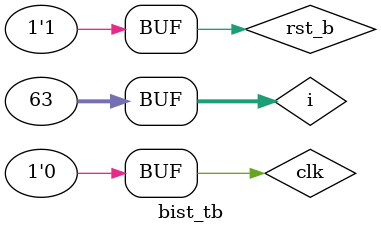
<source format=v>
`include "lfsr5b.v"
`include "check.v"
`include "sisr4b.v"

module bist(
  input clk, rst_b,
  output [3:0] sig
);

wire [4:0] q;
wire o;

lfsr5b circ1(
  .clk(clk),
  .rst_b(rst_b),
  .q(q)
);

check circ2(
  .i(q),
  .o(o)
);

sisr4b circ3(
  .clk(clk),
  .rst_b(rst_b),
  .i(i),
  .q(sig)
);

endmodule

module bist_tb;
reg clk, rst_b;
wire [3:0] sig;

bist cut(
  .clk(clk),
  .rst_b(rst_b),
  .sig(sig)
);

initial begin
  clk = 0;
  rst_b = 0;
end

integer i;
initial begin
  for(i = 1; i <= 62; i = i + 1) begin
    #50; clk = ~clk;
  end
end

initial begin
  #25; rst_b = 1;
end

endmodule
</source>
